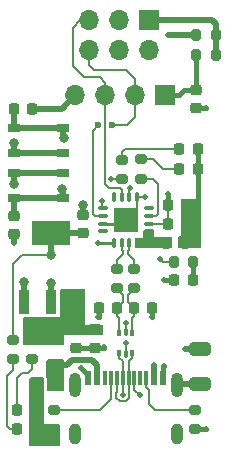
<source format=gbr>
%TF.GenerationSoftware,KiCad,Pcbnew,8.0.7*%
%TF.CreationDate,2024-12-24T16:41:45+01:00*%
%TF.ProjectId,USB2UART_PROG,55534232-5541-4525-945f-50524f472e6b,rev?*%
%TF.SameCoordinates,Original*%
%TF.FileFunction,Copper,L1,Top*%
%TF.FilePolarity,Positive*%
%FSLAX46Y46*%
G04 Gerber Fmt 4.6, Leading zero omitted, Abs format (unit mm)*
G04 Created by KiCad (PCBNEW 8.0.7) date 2024-12-24 16:41:45*
%MOMM*%
%LPD*%
G01*
G04 APERTURE LIST*
G04 Aperture macros list*
%AMRoundRect*
0 Rectangle with rounded corners*
0 $1 Rounding radius*
0 $2 $3 $4 $5 $6 $7 $8 $9 X,Y pos of 4 corners*
0 Add a 4 corners polygon primitive as box body*
4,1,4,$2,$3,$4,$5,$6,$7,$8,$9,$2,$3,0*
0 Add four circle primitives for the rounded corners*
1,1,$1+$1,$2,$3*
1,1,$1+$1,$4,$5*
1,1,$1+$1,$6,$7*
1,1,$1+$1,$8,$9*
0 Add four rect primitives between the rounded corners*
20,1,$1+$1,$2,$3,$4,$5,0*
20,1,$1+$1,$4,$5,$6,$7,0*
20,1,$1+$1,$6,$7,$8,$9,0*
20,1,$1+$1,$8,$9,$2,$3,0*%
G04 Aperture macros list end*
%TA.AperFunction,SMDPad,CuDef*%
%ADD10RoundRect,0.225000X0.250000X-0.225000X0.250000X0.225000X-0.250000X0.225000X-0.250000X-0.225000X0*%
%TD*%
%TA.AperFunction,SMDPad,CuDef*%
%ADD11RoundRect,0.225000X0.225000X0.250000X-0.225000X0.250000X-0.225000X-0.250000X0.225000X-0.250000X0*%
%TD*%
%TA.AperFunction,SMDPad,CuDef*%
%ADD12RoundRect,0.218750X0.218750X0.256250X-0.218750X0.256250X-0.218750X-0.256250X0.218750X-0.256250X0*%
%TD*%
%TA.AperFunction,SMDPad,CuDef*%
%ADD13RoundRect,0.250000X0.650000X-0.325000X0.650000X0.325000X-0.650000X0.325000X-0.650000X-0.325000X0*%
%TD*%
%TA.AperFunction,SMDPad,CuDef*%
%ADD14RoundRect,0.225000X-0.250000X0.225000X-0.250000X-0.225000X0.250000X-0.225000X0.250000X0.225000X0*%
%TD*%
%TA.AperFunction,SMDPad,CuDef*%
%ADD15RoundRect,0.093750X0.093750X-0.156250X0.093750X0.156250X-0.093750X0.156250X-0.093750X-0.156250X0*%
%TD*%
%TA.AperFunction,SMDPad,CuDef*%
%ADD16RoundRect,0.075000X0.075000X-0.250000X0.075000X0.250000X-0.075000X0.250000X-0.075000X-0.250000X0*%
%TD*%
%TA.AperFunction,SMDPad,CuDef*%
%ADD17RoundRect,0.218750X0.381250X-0.218750X0.381250X0.218750X-0.381250X0.218750X-0.381250X-0.218750X0*%
%TD*%
%TA.AperFunction,SMDPad,CuDef*%
%ADD18RoundRect,0.200000X-0.200000X-0.275000X0.200000X-0.275000X0.200000X0.275000X-0.200000X0.275000X0*%
%TD*%
%TA.AperFunction,SMDPad,CuDef*%
%ADD19RoundRect,0.200000X0.275000X-0.200000X0.275000X0.200000X-0.275000X0.200000X-0.275000X-0.200000X0*%
%TD*%
%TA.AperFunction,ComponentPad*%
%ADD20R,1.700000X1.700000*%
%TD*%
%TA.AperFunction,ComponentPad*%
%ADD21O,1.700000X1.700000*%
%TD*%
%TA.AperFunction,SMDPad,CuDef*%
%ADD22RoundRect,0.200000X-0.275000X0.200000X-0.275000X-0.200000X0.275000X-0.200000X0.275000X0.200000X0*%
%TD*%
%TA.AperFunction,SMDPad,CuDef*%
%ADD23RoundRect,0.225000X-0.225000X-0.250000X0.225000X-0.250000X0.225000X0.250000X-0.225000X0.250000X0*%
%TD*%
%TA.AperFunction,SMDPad,CuDef*%
%ADD24RoundRect,0.218750X-0.218750X-0.256250X0.218750X-0.256250X0.218750X0.256250X-0.218750X0.256250X0*%
%TD*%
%TA.AperFunction,SMDPad,CuDef*%
%ADD25R,0.600000X1.150000*%
%TD*%
%TA.AperFunction,SMDPad,CuDef*%
%ADD26R,0.300000X1.150000*%
%TD*%
%TA.AperFunction,ComponentPad*%
%ADD27O,1.000000X2.100000*%
%TD*%
%TA.AperFunction,ComponentPad*%
%ADD28O,1.000000X1.800000*%
%TD*%
%TA.AperFunction,SMDPad,CuDef*%
%ADD29R,0.950000X2.150000*%
%TD*%
%TA.AperFunction,SMDPad,CuDef*%
%ADD30R,3.250000X2.150000*%
%TD*%
%TA.AperFunction,SMDPad,CuDef*%
%ADD31RoundRect,0.080000X-0.325000X-0.080000X0.325000X-0.080000X0.325000X0.080000X-0.325000X0.080000X0*%
%TD*%
%TA.AperFunction,SMDPad,CuDef*%
%ADD32RoundRect,0.080000X-0.080000X-0.325000X0.080000X-0.325000X0.080000X0.325000X-0.080000X0.325000X0*%
%TD*%
%TA.AperFunction,SMDPad,CuDef*%
%ADD33R,2.100000X2.100000*%
%TD*%
%TA.AperFunction,SMDPad,CuDef*%
%ADD34R,1.050000X0.650000*%
%TD*%
%TA.AperFunction,ViaPad*%
%ADD35C,0.500000*%
%TD*%
%TA.AperFunction,ViaPad*%
%ADD36C,0.800000*%
%TD*%
%TA.AperFunction,ViaPad*%
%ADD37C,0.600000*%
%TD*%
%TA.AperFunction,Conductor*%
%ADD38C,0.500000*%
%TD*%
%TA.AperFunction,Conductor*%
%ADD39C,0.200000*%
%TD*%
%TA.AperFunction,Conductor*%
%ADD40C,0.381000*%
%TD*%
%TA.AperFunction,Conductor*%
%ADD41C,0.250000*%
%TD*%
%TA.AperFunction,Conductor*%
%ADD42C,0.155000*%
%TD*%
%TA.AperFunction,Conductor*%
%ADD43C,0.150000*%
%TD*%
G04 APERTURE END LIST*
D10*
%TO.P,C11,1*%
%TO.N,+3V3*%
X134924800Y-81483200D03*
%TO.P,C11,2*%
%TO.N,GND*%
X134924800Y-79933200D03*
%TD*%
D11*
%TO.P,C5,1*%
%TO.N,/VBUS*%
X132575000Y-94200000D03*
%TO.P,C5,2*%
%TO.N,GND*%
X131025000Y-94200000D03*
%TD*%
D12*
%TO.P,D4,1,K*%
%TO.N,GND*%
X144602300Y-74422000D03*
%TO.P,D4,2,A*%
%TO.N,Net-(D4-A)*%
X143027300Y-74422000D03*
%TD*%
D13*
%TO.P,C1,1*%
%TO.N,Net-(J1-SHELL_GND)*%
X144800000Y-94275000D03*
%TO.P,C1,2*%
%TO.N,GND*%
X144800000Y-91325000D03*
%TD*%
D14*
%TO.P,C12,1*%
%TO.N,+3V3*%
X129082800Y-80047800D03*
%TO.P,C12,2*%
%TO.N,GND*%
X129082800Y-81597800D03*
%TD*%
D15*
%TO.P,U2,1,I/O1*%
%TO.N,/D_P*%
X137962500Y-91650000D03*
D16*
%TO.P,U2,2,GND*%
%TO.N,GND*%
X138500000Y-91725000D03*
D15*
%TO.P,U2,3,I/O2*%
%TO.N,/D_N*%
X139037500Y-91650000D03*
%TO.P,U2,4,I/O2*%
%TO.N,/USB_N*%
X139037500Y-89950000D03*
D16*
%TO.P,U2,5,VBUS*%
%TO.N,+5V*%
X138500000Y-89875000D03*
D15*
%TO.P,U2,6,I/O1*%
%TO.N,/USB_P*%
X137962500Y-89950000D03*
%TD*%
D17*
%TO.P,FB1,1*%
%TO.N,/VBUS*%
X132400000Y-92662500D03*
%TO.P,FB1,2*%
%TO.N,+5V*%
X132400000Y-90537500D03*
%TD*%
D18*
%TO.P,R11,1*%
%TO.N,Net-(U1-CBUS3)*%
X142583400Y-83972400D03*
%TO.P,R11,2*%
%TO.N,Net-(D5-A)*%
X144233400Y-83972400D03*
%TD*%
D12*
%TO.P,D2,1,K*%
%TO.N,GND*%
X144602300Y-76098400D03*
%TO.P,D2,2,A*%
%TO.N,Net-(D2-A)*%
X143027300Y-76098400D03*
%TD*%
D14*
%TO.P,C9,1*%
%TO.N,+5V*%
X135915200Y-89649000D03*
%TO.P,C9,2*%
%TO.N,GND*%
X135915200Y-91199000D03*
%TD*%
D19*
%TO.P,R10,1*%
%TO.N,Net-(U1-CBUS2)*%
X138226800Y-76923400D03*
%TO.P,R10,2*%
%TO.N,Net-(D4-A)*%
X138226800Y-75273400D03*
%TD*%
D20*
%TO.P,J2,1,Pin_1*%
%TO.N,+5V*%
X141849000Y-69850000D03*
D21*
%TO.P,J2,2,Pin_2*%
%TO.N,/RXD*%
X139309000Y-69850000D03*
%TO.P,J2,3,Pin_3*%
%TO.N,/TXD*%
X136769000Y-69850000D03*
%TO.P,J2,4,Pin_4*%
%TO.N,GND*%
X134229000Y-69850000D03*
%TD*%
D11*
%TO.P,C6,1*%
%TO.N,/USB_P*%
X137775000Y-87837500D03*
%TO.P,C6,2*%
%TO.N,GND*%
X136225000Y-87837500D03*
%TD*%
D18*
%TO.P,R8,1*%
%TO.N,+3V3*%
X144463000Y-64770000D03*
%TO.P,R8,2*%
%TO.N,Net-(J3-Pin_1)*%
X146113000Y-64770000D03*
%TD*%
D12*
%TO.P,D1,1,K*%
%TO.N,GND*%
X130886300Y-96520000D03*
%TO.P,D1,2,A*%
%TO.N,Net-(D1-A)*%
X129311300Y-96520000D03*
%TD*%
D22*
%TO.P,R5,1*%
%TO.N,+5V*%
X130556000Y-90501200D03*
%TO.P,R5,2*%
%TO.N,Net-(D1-A)*%
X130556000Y-92151200D03*
%TD*%
D23*
%TO.P,C4,1*%
%TO.N,+5V*%
X142100000Y-79100000D03*
%TO.P,C4,2*%
%TO.N,GND*%
X143650000Y-79100000D03*
%TD*%
D24*
%TO.P,D5,1,K*%
%TO.N,GND*%
X142633100Y-85496400D03*
%TO.P,D5,2,A*%
%TO.N,Net-(D5-A)*%
X144208100Y-85496400D03*
%TD*%
D14*
%TO.P,C10,1*%
%TO.N,+5V*%
X134315200Y-89649000D03*
%TO.P,C10,2*%
%TO.N,GND*%
X134315200Y-91199000D03*
%TD*%
D20*
%TO.P,J3,1,Pin_1*%
%TO.N,Net-(J3-Pin_1)*%
X140462000Y-63500000D03*
D21*
%TO.P,J3,2,Pin_2*%
%TO.N,GND*%
X140462000Y-66040000D03*
%TO.P,J3,3,Pin_3*%
%TO.N,+3V3*%
X137922000Y-63500000D03*
%TO.P,J3,4,Pin_4*%
X137922000Y-66040000D03*
%TO.P,J3,5,Pin_5*%
%TO.N,/TXD*%
X135382000Y-63500000D03*
%TO.P,J3,6,Pin_6*%
%TO.N,/RXD*%
X135382000Y-66040000D03*
%TD*%
D25*
%TO.P,J1,A1_B12,GND*%
%TO.N,GND*%
X135300000Y-93745000D03*
%TO.P,J1,A4_B9,VBUS*%
%TO.N,/VBUS*%
X136100000Y-93745000D03*
D26*
%TO.P,J1,A5,CC1*%
%TO.N,Net-(J1-CC1)*%
X137250000Y-93745000D03*
%TO.P,J1,A6,DP1*%
%TO.N,/D_P*%
X138250000Y-93745000D03*
%TO.P,J1,A7,DN1*%
%TO.N,/D_N*%
X138750000Y-93745000D03*
%TO.P,J1,A8,SBU1*%
%TO.N,unconnected-(J1-SBU1-PadA8)*%
X139750000Y-93745000D03*
D25*
%TO.P,J1,B1_A12,GND__1*%
%TO.N,GND*%
X141700000Y-93745000D03*
%TO.P,J1,B4_A9,VBUS__1*%
%TO.N,/VBUS*%
X140900000Y-93745000D03*
D26*
%TO.P,J1,B5,CC2*%
%TO.N,Net-(J1-CC2)*%
X140250000Y-93745000D03*
%TO.P,J1,B6,DP2*%
%TO.N,/D_P*%
X139250000Y-93745000D03*
%TO.P,J1,B7,DN2*%
%TO.N,/D_N*%
X137750000Y-93745000D03*
%TO.P,J1,B8,SBU2*%
%TO.N,unconnected-(J1-SBU2-PadB8)*%
X136750000Y-93745000D03*
D27*
%TO.P,J1,SH1,SHELL_GND*%
%TO.N,Net-(J1-SHELL_GND)*%
X134180000Y-94320000D03*
%TO.P,J1,SH2,SHELL_GND__1*%
X142820000Y-94320000D03*
D28*
%TO.P,J1,SH3,SHELL_GND__2*%
X134180000Y-98500000D03*
%TO.P,J1,SH4,SHELL_GND__3*%
X142820000Y-98500000D03*
%TD*%
D12*
%TO.P,D3,1,K*%
%TO.N,GND*%
X130886300Y-98094800D03*
%TO.P,D3,2,A*%
%TO.N,Net-(D3-A)*%
X129311300Y-98094800D03*
%TD*%
D23*
%TO.P,C3,1*%
%TO.N,Net-(U1-3V3OUT)*%
X141950000Y-82300000D03*
%TO.P,C3,2*%
%TO.N,GND*%
X143500000Y-82300000D03*
%TD*%
D14*
%TO.P,C8,1*%
%TO.N,+5V*%
X144475200Y-69366800D03*
%TO.P,C8,2*%
%TO.N,GND*%
X144475200Y-70916800D03*
%TD*%
D23*
%TO.P,C2,1*%
%TO.N,+5V*%
X142125000Y-80700000D03*
%TO.P,C2,2*%
%TO.N,GND*%
X143675000Y-80700000D03*
%TD*%
D29*
%TO.P,U3,1,GND*%
%TO.N,GND*%
X129900000Y-87300000D03*
%TO.P,U3,2,OUT_2*%
%TO.N,+3V3*%
X132200000Y-87300000D03*
%TO.P,U3,3,IN*%
%TO.N,+5V*%
X134500000Y-87300000D03*
D30*
%TO.P,U3,4,OUT_4*%
%TO.N,+3V3*%
X132200000Y-81500000D03*
%TD*%
D31*
%TO.P,U1,1,VCCIO*%
%TO.N,Net-(U1-3V3OUT)*%
X136550000Y-79412500D03*
%TO.P,U1,2,RXD*%
%TO.N,/RXD*%
X136550000Y-80062500D03*
%TO.P,U1,3,GND*%
%TO.N,GND*%
X136550000Y-80712500D03*
%TO.P,U1,4,~{CTS}*%
%TO.N,unconnected-(U1-~{CTS}-Pad4)*%
X136550000Y-81362500D03*
D32*
%TO.P,U1,5,CBUS2*%
%TO.N,Net-(U1-CBUS2)*%
X137525000Y-82337500D03*
%TO.P,U1,6,USBDP*%
%TO.N,/USB2_P*%
X138175000Y-82337500D03*
%TO.P,U1,7,USBDM*%
%TO.N,/USB2_N*%
X138825000Y-82337500D03*
%TO.P,U1,8,3V3OUT*%
%TO.N,Net-(U1-3V3OUT)*%
X139475000Y-82337500D03*
D31*
%TO.P,U1,9,~{RESET}*%
X140450000Y-81362500D03*
%TO.P,U1,10,VCC*%
%TO.N,+5V*%
X140450000Y-80712500D03*
%TO.P,U1,11,CBUS1*%
%TO.N,Net-(U1-CBUS1)*%
X140450000Y-80062500D03*
%TO.P,U1,12,CBUS0*%
%TO.N,unconnected-(U1-CBUS0-Pad12)*%
X140450000Y-79412500D03*
D32*
%TO.P,U1,13,GND__1*%
%TO.N,GND*%
X139475000Y-78437500D03*
%TO.P,U1,14,CBUS3*%
%TO.N,Net-(U1-CBUS3)*%
X138825000Y-78437500D03*
%TO.P,U1,15,TXD*%
%TO.N,/TXD*%
X138175000Y-78437500D03*
%TO.P,U1,16,~{RTS}*%
%TO.N,unconnected-(U1-~{RTS}-Pad16)*%
X137525000Y-78437500D03*
D33*
%TO.P,U1,17,GND__2*%
%TO.N,GND*%
X138500000Y-80387500D03*
%TD*%
D18*
%TO.P,R7,1*%
%TO.N,+5V*%
X144463000Y-66421000D03*
%TO.P,R7,2*%
%TO.N,Net-(J3-Pin_1)*%
X146113000Y-66421000D03*
%TD*%
D19*
%TO.P,R6,1*%
%TO.N,Net-(U1-CBUS1)*%
X139801600Y-76911200D03*
%TO.P,R6,2*%
%TO.N,Net-(D2-A)*%
X139801600Y-75261200D03*
%TD*%
D34*
%TO.P,SW2,1*%
%TO.N,+3V3*%
X133240600Y-78545000D03*
%TO.P,SW2,2*%
X129090600Y-78545000D03*
%TO.P,SW2,3*%
%TO.N,GND*%
X133240600Y-76395000D03*
%TO.P,SW2,4*%
X129090600Y-76395000D03*
%TD*%
%TO.P,SW1,1*%
%TO.N,+3V3*%
X129074500Y-72585000D03*
%TO.P,SW1,2*%
X133224500Y-72585000D03*
%TO.P,SW1,3*%
%TO.N,GND*%
X129074500Y-74735000D03*
%TO.P,SW1,4*%
X133224500Y-74735000D03*
%TD*%
D23*
%TO.P,C7,1*%
%TO.N,/USB_N*%
X139225000Y-87837500D03*
%TO.P,C7,2*%
%TO.N,GND*%
X140775000Y-87837500D03*
%TD*%
D22*
%TO.P,R1,1*%
%TO.N,Net-(J1-CC2)*%
X144400000Y-96450000D03*
%TO.P,R1,2*%
%TO.N,GND*%
X144400000Y-98100000D03*
%TD*%
D19*
%TO.P,R3,1*%
%TO.N,/USB_P*%
X137750000Y-86162500D03*
%TO.P,R3,2*%
%TO.N,/USB2_P*%
X137750000Y-84512500D03*
%TD*%
D23*
%TO.P,C13,1*%
%TO.N,+3V3*%
X129056800Y-70967600D03*
%TO.P,C13,2*%
%TO.N,GND*%
X130606800Y-70967600D03*
%TD*%
D19*
%TO.P,R4,1*%
%TO.N,/USB_N*%
X139250000Y-86162500D03*
%TO.P,R4,2*%
%TO.N,/USB2_N*%
X139250000Y-84512500D03*
%TD*%
D22*
%TO.P,R9,1*%
%TO.N,+3V3*%
X128981200Y-90513400D03*
%TO.P,R9,2*%
%TO.N,Net-(D3-A)*%
X128981200Y-92163400D03*
%TD*%
%TO.P,R2,1*%
%TO.N,Net-(J1-CC1)*%
X132400000Y-96475000D03*
%TO.P,R2,2*%
%TO.N,GND*%
X132400000Y-98125000D03*
%TD*%
D35*
%TO.N,GND*%
X144576800Y-79095600D03*
X145288000Y-70916800D03*
X144576800Y-80670400D03*
D36*
X138500000Y-80387500D03*
D35*
X143560800Y-91338400D03*
X136702800Y-91186000D03*
D36*
X129082800Y-77368400D03*
D35*
X145288000Y-98094800D03*
D36*
X129895600Y-85648800D03*
X134924800Y-79095600D03*
D35*
X138500000Y-90800000D03*
X129082800Y-82346800D03*
X140157200Y-78435200D03*
D36*
X129082800Y-73914000D03*
D35*
X130962400Y-95351600D03*
X136194800Y-88646000D03*
X132384800Y-99161600D03*
X141732000Y-92760800D03*
X141782800Y-85496400D03*
X140766800Y-88595200D03*
X134721600Y-92952800D03*
X130860800Y-99110800D03*
X144526000Y-82245200D03*
%TO.N,+5V*%
X138500000Y-89100000D03*
D36*
X130505200Y-89306400D03*
X133451600Y-87782400D03*
D35*
X142087600Y-78232000D03*
D36*
X133451600Y-86664800D03*
D35*
%TO.N,Net-(U1-3V3OUT)*%
X140500000Y-82300000D03*
X136500000Y-78800000D03*
%TO.N,/VBUS*%
X136100000Y-92700000D03*
X140900000Y-92700000D03*
D36*
%TO.N,+3V3*%
X133146800Y-77774800D03*
X132181600Y-85750400D03*
D35*
X142087600Y-64770000D03*
D36*
X132200000Y-83362800D03*
X133248400Y-73456800D03*
D37*
%TO.N,/RXD*%
X137346500Y-72390000D03*
X136191500Y-72390000D03*
D35*
%TO.N,Net-(U1-CBUS2)*%
X136194800Y-82346800D03*
X137296500Y-76911200D03*
%TO.N,Net-(U1-CBUS3)*%
X138836400Y-77724000D03*
X141376400Y-83667600D03*
%TO.N,/D_P*%
X138250000Y-95200000D03*
X139750000Y-95250000D03*
%TD*%
D38*
%TO.N,GND*%
X133111400Y-70967600D02*
X134229000Y-69850000D01*
D39*
X140154900Y-78437500D02*
X140157200Y-78435200D01*
D40*
X136689800Y-91199000D02*
X136702800Y-91186000D01*
X135915200Y-91199000D02*
X136689800Y-91199000D01*
X141700000Y-93745000D02*
X141700000Y-92792800D01*
X144475200Y-70916800D02*
X145288000Y-70916800D01*
X134315200Y-91199000D02*
X135915200Y-91199000D01*
X135300000Y-93531200D02*
X134721600Y-92952800D01*
D38*
X129082800Y-76402800D02*
X129082800Y-77368400D01*
D39*
X138500000Y-91725000D02*
X138500000Y-90800000D01*
D40*
X136225000Y-87837500D02*
X136225000Y-88615800D01*
X140775000Y-87837500D02*
X140775000Y-88587000D01*
D38*
X129074500Y-73922300D02*
X129082800Y-73914000D01*
X129900000Y-85653200D02*
X129895600Y-85648800D01*
X129074500Y-74735000D02*
X133224500Y-74735000D01*
X143574200Y-91325000D02*
X143560800Y-91338400D01*
D40*
X142633100Y-85496400D02*
X141782800Y-85496400D01*
D38*
X144800000Y-91325000D02*
X143574200Y-91325000D01*
D39*
X139475000Y-79412500D02*
X138500000Y-80387500D01*
D40*
X144602300Y-74422000D02*
X144602300Y-76098400D01*
X144602300Y-79070100D02*
X144576800Y-79095600D01*
X140775000Y-88587000D02*
X140766800Y-88595200D01*
D39*
X139475000Y-78437500D02*
X140154900Y-78437500D01*
D38*
X134924800Y-79933200D02*
X134924800Y-79095600D01*
X129074500Y-74735000D02*
X129074500Y-73922300D01*
D40*
X144602300Y-76098400D02*
X144602300Y-79070100D01*
D41*
X136550000Y-80712500D02*
X138175000Y-80712500D01*
D38*
X129090600Y-76395000D02*
X129082800Y-76402800D01*
X129082800Y-81597800D02*
X129082800Y-82346800D01*
X129900000Y-87300000D02*
X129900000Y-85653200D01*
D41*
X138175000Y-80712500D02*
X138500000Y-80387500D01*
D40*
X145282800Y-98100000D02*
X145288000Y-98094800D01*
X144400000Y-98100000D02*
X145282800Y-98100000D01*
D39*
X139475000Y-78437500D02*
X139475000Y-79412500D01*
D40*
X136225000Y-88615800D02*
X136194800Y-88646000D01*
X135300000Y-93745000D02*
X135300000Y-93531200D01*
X141700000Y-92792800D02*
X141732000Y-92760800D01*
D38*
X129090600Y-76395000D02*
X133240600Y-76395000D01*
X130606800Y-70967600D02*
X133111400Y-70967600D01*
%TO.N,Net-(J1-SHELL_GND)*%
X142865000Y-94275000D02*
X142820000Y-94320000D01*
X144800000Y-94275000D02*
X142865000Y-94275000D01*
D39*
%TO.N,+5V*%
X138500000Y-89875000D02*
X138500000Y-89100000D01*
D40*
X142100000Y-78244400D02*
X142087600Y-78232000D01*
X144475200Y-69366800D02*
X143485200Y-69366800D01*
X143002000Y-69850000D02*
X141849000Y-69850000D01*
X142100000Y-79100000D02*
X142100000Y-78244400D01*
X144475200Y-66433200D02*
X144463000Y-66421000D01*
D39*
X140462500Y-80700000D02*
X140450000Y-80712500D01*
D40*
X143485200Y-69366800D02*
X143002000Y-69850000D01*
D39*
X142125000Y-79100000D02*
X142125000Y-80700000D01*
X142125000Y-80700000D02*
X140462500Y-80700000D01*
D40*
X144475200Y-69366800D02*
X144475200Y-66433200D01*
D39*
%TO.N,Net-(U1-3V3OUT)*%
X136500000Y-78800000D02*
X136500000Y-79362500D01*
X136500000Y-79362500D02*
X136550000Y-79412500D01*
D38*
%TO.N,/VBUS*%
X136100000Y-93745000D02*
X136100000Y-92700000D01*
X133959600Y-92252800D02*
X133549900Y-92662500D01*
X140900000Y-93745000D02*
X140900000Y-92700000D01*
X133549900Y-92662500D02*
X132400000Y-92662500D01*
X135652800Y-92252800D02*
X133959600Y-92252800D01*
X136100000Y-92700000D02*
X135652800Y-92252800D01*
D39*
%TO.N,/USB_P*%
X137950000Y-88725001D02*
X137775000Y-88550001D01*
X137962500Y-89950000D02*
X137950000Y-89937500D01*
X137750000Y-86237500D02*
X137750000Y-86162500D01*
X137775000Y-87837500D02*
X137775000Y-87812500D01*
X137775000Y-88550001D02*
X137775000Y-87837500D01*
X137950000Y-89937500D02*
X137950000Y-88725001D01*
X138275000Y-87312500D02*
X138275000Y-86762500D01*
X138275000Y-86762500D02*
X137750000Y-86237500D01*
X137775000Y-87812500D02*
X138275000Y-87312500D01*
%TO.N,/USB_N*%
X139050000Y-88725001D02*
X139225000Y-88550001D01*
X139250000Y-86237500D02*
X139250000Y-86162500D01*
X139225000Y-87812500D02*
X138725000Y-87312500D01*
X138725000Y-86762500D02*
X139250000Y-86237500D01*
X138725000Y-87312500D02*
X138725000Y-86762500D01*
X139050000Y-89937500D02*
X139050000Y-88725001D01*
X139225000Y-88550001D02*
X139225000Y-87837500D01*
X139037500Y-89950000D02*
X139050000Y-89937500D01*
X139225000Y-87837500D02*
X139225000Y-87812500D01*
D38*
%TO.N,+3V3*%
X129056800Y-70967600D02*
X129056800Y-72567300D01*
X129090600Y-78545000D02*
X133240600Y-78545000D01*
X132200000Y-81500000D02*
X132200000Y-83362800D01*
X133240600Y-78545000D02*
X133240600Y-77868600D01*
X132216800Y-81483200D02*
X132200000Y-81500000D01*
X132200000Y-87300000D02*
X132200000Y-85768800D01*
D39*
X128981200Y-84124800D02*
X129743200Y-83362800D01*
D38*
X132200000Y-85768800D02*
X132181600Y-85750400D01*
X134924800Y-81483200D02*
X132216800Y-81483200D01*
X129056800Y-72567300D02*
X129074500Y-72585000D01*
X129082800Y-80047800D02*
X129082800Y-78552800D01*
X133224500Y-72585000D02*
X133224500Y-73432900D01*
X132200000Y-85732000D02*
X132181600Y-85750400D01*
D39*
X128981200Y-90513400D02*
X128981200Y-84124800D01*
D38*
X129082800Y-78552800D02*
X129090600Y-78545000D01*
X133240600Y-77868600D02*
X133146800Y-77774800D01*
X133224500Y-73432900D02*
X133248400Y-73456800D01*
X129074500Y-72585000D02*
X133224500Y-72585000D01*
X144463000Y-64770000D02*
X142087600Y-64770000D01*
D39*
X129743200Y-83362800D02*
X132200000Y-83362800D01*
%TO.N,Net-(D1-A)*%
X130556000Y-93014800D02*
X130556000Y-92151200D01*
X130200400Y-93370400D02*
X130556000Y-93014800D01*
X129311300Y-96520000D02*
X129311300Y-93751500D01*
X129311300Y-93751500D02*
X129692400Y-93370400D01*
X129692400Y-93370400D02*
X130200400Y-93370400D01*
%TO.N,Net-(D2-A)*%
X141630400Y-76098400D02*
X143027300Y-76098400D01*
X139801600Y-75261200D02*
X140793200Y-75261200D01*
X140793200Y-75261200D02*
X141630400Y-76098400D01*
%TO.N,Net-(D3-A)*%
X128981200Y-92163400D02*
X128981200Y-93065600D01*
X128981200Y-93065600D02*
X128422400Y-93624400D01*
X128422400Y-97840800D02*
X128676400Y-98094800D01*
X128422400Y-93624400D02*
X128422400Y-97840800D01*
X128676400Y-98094800D02*
X129311300Y-98094800D01*
%TO.N,Net-(D4-A)*%
X138480800Y-74422000D02*
X143027300Y-74422000D01*
X138226800Y-74676000D02*
X138480800Y-74422000D01*
X138226800Y-75273400D02*
X138226800Y-74676000D01*
D40*
%TO.N,Net-(D5-A)*%
X144233400Y-85471100D02*
X144208100Y-85496400D01*
X144233400Y-83972400D02*
X144233400Y-85471100D01*
D39*
%TO.N,Net-(J1-CC2)*%
X140950000Y-96450000D02*
X140500000Y-96000000D01*
X140250000Y-94550000D02*
X140250000Y-93745000D01*
X144400000Y-96450000D02*
X140950000Y-96450000D01*
X140500000Y-96000000D02*
X140500000Y-94800000D01*
X140500000Y-94800000D02*
X140250000Y-94550000D01*
%TO.N,Net-(J1-CC1)*%
X132400000Y-96475000D02*
X136325000Y-96475000D01*
X137250000Y-95550000D02*
X137250000Y-93745000D01*
X136325000Y-96475000D02*
X137250000Y-95550000D01*
D42*
%TO.N,/TXD*%
X138023600Y-77673200D02*
X137058400Y-77673200D01*
X134975600Y-68326000D02*
X134010400Y-67360800D01*
X138175000Y-77824600D02*
X138023600Y-77673200D01*
X136296400Y-68326000D02*
X134975600Y-68326000D01*
X134620000Y-63500000D02*
X135382000Y-63500000D01*
X136769000Y-69850000D02*
X136769000Y-68798600D01*
X134010400Y-64109600D02*
X134620000Y-63500000D01*
X136769000Y-68798600D02*
X136296400Y-68326000D01*
X134010400Y-67360800D02*
X134010400Y-64109600D01*
X137058400Y-77673200D02*
X136769000Y-77383800D01*
X138175000Y-78437500D02*
X138175000Y-77824600D01*
X136769000Y-77383800D02*
X136769000Y-69850000D01*
%TO.N,/RXD*%
X136143300Y-80060800D02*
X136145000Y-80062500D01*
X139309000Y-68493800D02*
X138531600Y-67716400D01*
X135839200Y-67716400D02*
X135382000Y-67259200D01*
X139309000Y-69850000D02*
X139309000Y-68493800D01*
X137346500Y-72390000D02*
X138582400Y-72390000D01*
X136145000Y-80062500D02*
X136550000Y-80062500D01*
X139309000Y-71663400D02*
X139309000Y-69850000D01*
X135737600Y-72843900D02*
X135737600Y-79857600D01*
X135940800Y-80060800D02*
X136143300Y-80060800D01*
X138531600Y-67716400D02*
X135839200Y-67716400D01*
X136191500Y-72390000D02*
X135737600Y-72843900D01*
X138582400Y-72390000D02*
X139309000Y-71663400D01*
X135382000Y-67259200D02*
X135382000Y-66040000D01*
X135737600Y-79857600D02*
X135940800Y-80060800D01*
D38*
%TO.N,Net-(J3-Pin_1)*%
X146113000Y-66421000D02*
X146113000Y-64770000D01*
X140462000Y-63500000D02*
X145796000Y-63500000D01*
X145796000Y-63500000D02*
X146113000Y-63817000D01*
X146113000Y-63817000D02*
X146113000Y-64770000D01*
D39*
%TO.N,/USB2_P*%
X137750000Y-84512500D02*
X137750000Y-83799999D01*
X138175000Y-82945001D02*
X138175000Y-82337500D01*
X138275000Y-83274999D02*
X138275000Y-83045001D01*
X137750000Y-83799999D02*
X138275000Y-83274999D01*
X138275000Y-83045001D02*
X138175000Y-82945001D01*
%TO.N,/USB2_N*%
X138725000Y-83045001D02*
X138825000Y-82945001D01*
X138725000Y-83274999D02*
X138725000Y-83045001D01*
X138825000Y-82945001D02*
X138825000Y-82337500D01*
X139250000Y-83799999D02*
X138725000Y-83274999D01*
X139250000Y-84512500D02*
X139250000Y-83799999D01*
%TO.N,Net-(U1-CBUS1)*%
X141224000Y-77317600D02*
X140817600Y-76911200D01*
X141044500Y-80062500D02*
X141224000Y-79883000D01*
X141224000Y-79883000D02*
X141224000Y-77317600D01*
X140450000Y-80062500D02*
X141044500Y-80062500D01*
X140817600Y-76911200D02*
X139801600Y-76911200D01*
D41*
%TO.N,Net-(U1-CBUS2)*%
X136541100Y-82337500D02*
X136204100Y-82337500D01*
D43*
X137296500Y-76911200D02*
X137308700Y-76923400D01*
D41*
X136204100Y-82337500D02*
X136194800Y-82346800D01*
X137525000Y-82337500D02*
X136541100Y-82337500D01*
D43*
X137308700Y-76923400D02*
X138226800Y-76923400D01*
D39*
%TO.N,Net-(U1-CBUS3)*%
X138825000Y-78437500D02*
X138825000Y-77735400D01*
X138825000Y-77735400D02*
X138836400Y-77724000D01*
X142583400Y-83972400D02*
X141681200Y-83972400D01*
X141681200Y-83972400D02*
X141376400Y-83667600D01*
%TO.N,/D_P*%
X137962500Y-92062500D02*
X137962500Y-91650000D01*
X138250000Y-93745000D02*
X138250000Y-95200000D01*
X138250000Y-92350000D02*
X137962500Y-92062500D01*
X139750000Y-95250000D02*
X139250000Y-94750000D01*
X139250000Y-94750000D02*
X139250000Y-93745000D01*
X138250000Y-93745000D02*
X138250000Y-92350000D01*
%TO.N,/D_N*%
X138750000Y-93745000D02*
X138750000Y-92350000D01*
X137700000Y-94972182D02*
X137750000Y-94922182D01*
X137700000Y-95450000D02*
X137700000Y-94972182D01*
X138750000Y-92350000D02*
X139037500Y-92062500D01*
X139037500Y-92062500D02*
X139037500Y-91650000D01*
X138800000Y-95450000D02*
X138500000Y-95750000D01*
X137750000Y-94922182D02*
X137750000Y-93745000D01*
X138000000Y-95750000D02*
X137700000Y-95450000D01*
X138750000Y-93745000D02*
X138800000Y-93795000D01*
X138800000Y-93795000D02*
X138800000Y-95450000D01*
X138500000Y-95750000D02*
X138000000Y-95750000D01*
%TD*%
%TA.AperFunction,Conductor*%
%TO.N,GND*%
G36*
X144840791Y-78606507D02*
G01*
X144876755Y-78656007D01*
X144881600Y-78686600D01*
X144881600Y-82705000D01*
X144862693Y-82763191D01*
X144813193Y-82799155D01*
X144782600Y-82804000D01*
X142999400Y-82804000D01*
X142941209Y-82785093D01*
X142905245Y-82735593D01*
X142900400Y-82705000D01*
X142900400Y-81887000D01*
X142919307Y-81828809D01*
X142968807Y-81792845D01*
X142999400Y-81788000D01*
X143205199Y-81788000D01*
X143205200Y-81788000D01*
X143205200Y-78686600D01*
X143224107Y-78628409D01*
X143273607Y-78592445D01*
X143304200Y-78587600D01*
X144782600Y-78587600D01*
X144840791Y-78606507D01*
G37*
%TD.AperFunction*%
%TD*%
%TA.AperFunction,Conductor*%
%TO.N,/VBUS*%
G36*
X133259191Y-92218907D02*
G01*
X133295155Y-92268407D01*
X133300000Y-92299000D01*
X133300000Y-94801000D01*
X133281093Y-94859191D01*
X133231593Y-94895155D01*
X133201000Y-94900000D01*
X131927300Y-94900000D01*
X131869109Y-94881093D01*
X131833145Y-94831593D01*
X131828300Y-94801000D01*
X131828300Y-93825006D01*
X131828300Y-93825000D01*
X131825770Y-93792856D01*
X131820925Y-93762263D01*
X131820916Y-93762206D01*
X131820153Y-93757718D01*
X131820152Y-93757713D01*
X131807966Y-93729200D01*
X131800000Y-93690293D01*
X131800000Y-92299000D01*
X131818907Y-92240809D01*
X131868407Y-92204845D01*
X131899000Y-92200000D01*
X133201000Y-92200000D01*
X133259191Y-92218907D01*
G37*
%TD.AperFunction*%
%TD*%
%TA.AperFunction,Conductor*%
%TO.N,+5V*%
G36*
X135059191Y-86218907D02*
G01*
X135095155Y-86268407D01*
X135100000Y-86299000D01*
X135100000Y-89300000D01*
X136501000Y-89300000D01*
X136559191Y-89318907D01*
X136595155Y-89368407D01*
X136600000Y-89399000D01*
X136600000Y-90042200D01*
X136581093Y-90100391D01*
X136531593Y-90136355D01*
X136501000Y-90141200D01*
X133300000Y-90141200D01*
X133300000Y-90141201D01*
X133300000Y-90901000D01*
X133281093Y-90959191D01*
X133231593Y-90995155D01*
X133201000Y-91000000D01*
X129922600Y-91000000D01*
X129864409Y-90981093D01*
X129828445Y-90931593D01*
X129823600Y-90901000D01*
X129823600Y-88738600D01*
X129842507Y-88680409D01*
X129892007Y-88644445D01*
X129922600Y-88639600D01*
X132983999Y-88639600D01*
X132984000Y-88639600D01*
X132984000Y-86299000D01*
X133002907Y-86240809D01*
X133052407Y-86204845D01*
X133083000Y-86200000D01*
X135001000Y-86200000D01*
X135059191Y-86218907D01*
G37*
%TD.AperFunction*%
%TD*%
%TA.AperFunction,Conductor*%
%TO.N,GND*%
G36*
X131581991Y-93744907D02*
G01*
X131617955Y-93794407D01*
X131622800Y-93825000D01*
X131622800Y-97688400D01*
X132844600Y-97688400D01*
X132902791Y-97707307D01*
X132938755Y-97756807D01*
X132943600Y-97787400D01*
X132943600Y-99418200D01*
X132924693Y-99476391D01*
X132875193Y-99512355D01*
X132844600Y-99517200D01*
X130451800Y-99517200D01*
X130393609Y-99498293D01*
X130357645Y-99448793D01*
X130352800Y-99418200D01*
X130352800Y-93825000D01*
X130371707Y-93766809D01*
X130421207Y-93730845D01*
X130451800Y-93726000D01*
X131523800Y-93726000D01*
X131581991Y-93744907D01*
G37*
%TD.AperFunction*%
%TD*%
%TA.AperFunction,Conductor*%
%TO.N,Net-(U1-3V3OUT)*%
G36*
X140859191Y-81218907D02*
G01*
X140895155Y-81268407D01*
X140900000Y-81299000D01*
X140900000Y-81800000D01*
X142301000Y-81800000D01*
X142359191Y-81818907D01*
X142395155Y-81868407D01*
X142400000Y-81899000D01*
X142400000Y-82701000D01*
X142381093Y-82759191D01*
X142331593Y-82795155D01*
X142301000Y-82800000D01*
X139399000Y-82800000D01*
X139340809Y-82781093D01*
X139304845Y-82731593D01*
X139300000Y-82701000D01*
X139300000Y-81999000D01*
X139318907Y-81940809D01*
X139368407Y-81904845D01*
X139399000Y-81900000D01*
X139999999Y-81900000D01*
X140000000Y-81900000D01*
X140000000Y-81299000D01*
X140018907Y-81240809D01*
X140068407Y-81204845D01*
X140099000Y-81200000D01*
X140801000Y-81200000D01*
X140859191Y-81218907D01*
G37*
%TD.AperFunction*%
%TD*%
M02*

</source>
